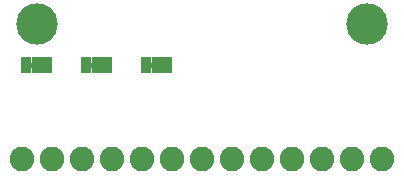
<source format=gbr>
G04 EAGLE Gerber RS-274X export*
G75*
%MOMM*%
%FSLAX34Y34*%
%LPD*%
%INSoldermask Bottom*%
%IPPOS*%
%AMOC8*
5,1,8,0,0,1.08239X$1,22.5*%
G01*
%ADD10C,0.406400*%
%ADD11R,0.838200X1.473200*%
%ADD12C,3.505200*%
%ADD13C,2.082800*%


D10*
X16510Y92710D02*
X34290Y92710D01*
X67310Y92710D02*
X85090Y92710D01*
X118110Y92710D02*
X135890Y92710D01*
D11*
X118110Y92710D03*
X127000Y92710D03*
X135890Y92710D03*
D12*
X25400Y127000D03*
X304800Y127000D03*
D13*
X317500Y12700D03*
X292100Y12700D03*
X266700Y12700D03*
X241300Y12700D03*
X215900Y12700D03*
X190500Y12700D03*
X165100Y12700D03*
X139700Y12700D03*
X114300Y12700D03*
X88900Y12700D03*
X63500Y12700D03*
X38100Y12700D03*
X12700Y12700D03*
D11*
X16510Y92710D03*
X25400Y92710D03*
X34290Y92710D03*
X67310Y92710D03*
X76200Y92710D03*
X85090Y92710D03*
M02*

</source>
